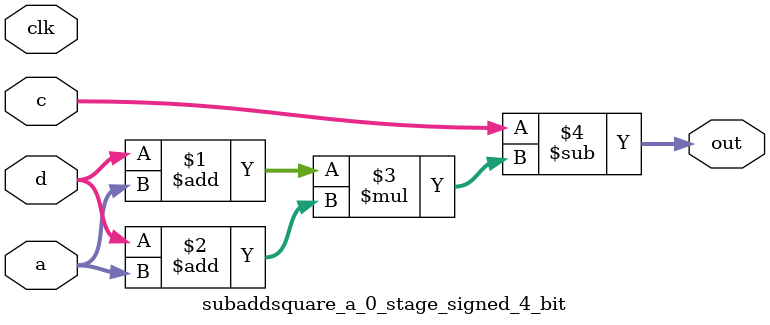
<source format=sv>
(* use_dsp = "yes" *) module subaddsquare_a_0_stage_signed_4_bit(
	input signed [3:0] a,
	input signed [3:0] c,
	input signed [3:0] d,
	output [3:0] out,
	input clk);

	assign out = c - ((d + a) * (d + a));
endmodule

</source>
